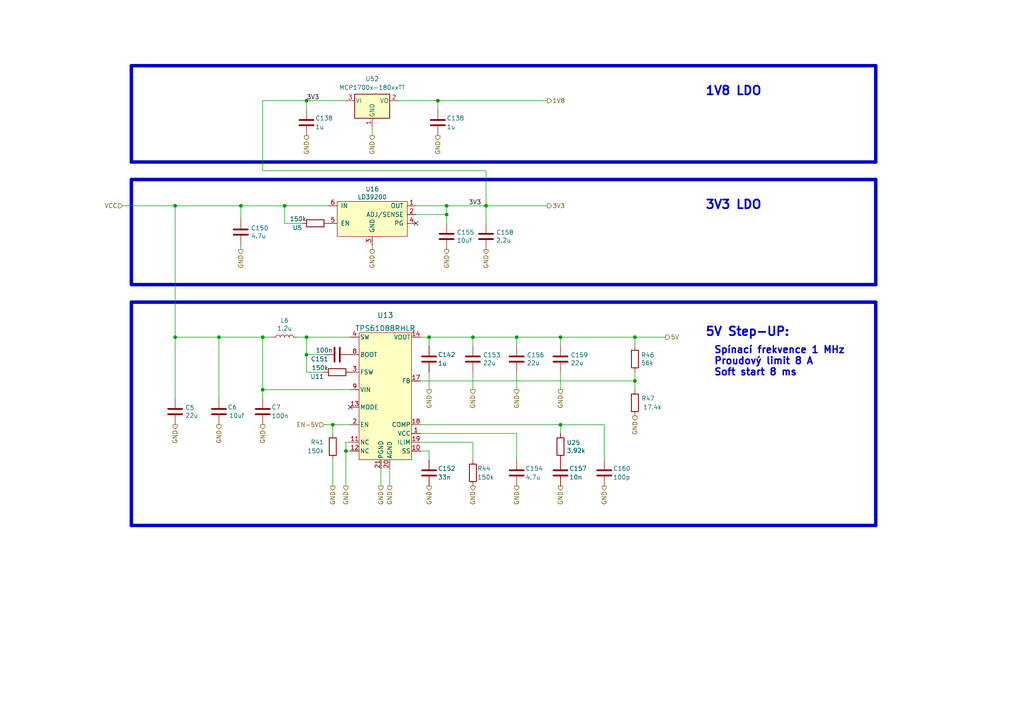
<source format=kicad_sch>
(kicad_sch (version 20230121) (generator eeschema)
  (paper "A4")
  (lib_symbols
    (symbol "B.B-rescue:C-Device-B.B-rescue-B.B-rescue" (pin_numbers hide) (pin_names (offset 0.254))
      (property "Reference" "C" (at 0.635 2.54 0))
      (property "Value" "C-Device-B.B-rescue-B.B-rescue" (at 0.635 -2.54 0))
      (symbol "C-Device-B.B-rescue-B.B-rescue_0_1"
        (polyline (pts (xy -2.032 -0.762) (xy 2.032 -0.762)) (stroke (width 0.508)))
        (polyline (pts (xy -2.032 0.762) (xy 2.032 0.762)) (stroke (width 0.508)))
      )
      (symbol "C-Device-B.B-rescue-B.B-rescue_1_1"
        (pin passive line (at 0 3.81 270) (length 2.794) (name "~") (number "1"))
        (pin passive line (at 0 -3.81 90) (length 2.794) (name "~") (number "2"))
      )
    )
    (symbol "B.B-rescue:L-Device-B.B-rescue-B.B-rescue" (pin_numbers hide) (pin_names (offset 1.016) hide)
      (property "Reference" "L" (at -1.27 0 90))
      (property "Value" "L-Device-B.B-rescue-B.B-rescue" (at 1.905 0 90))
      (symbol "L-Device-B.B-rescue-B.B-rescue_0_1"
        (arc (start 0 -2.54) (mid 0.6323 -1.905) (end 0 -1.27))
        (arc (start 0 -1.27) (mid 0.6323 -0.635) (end 0 0))
        (arc (start 0 0) (mid 0.6323 0.635) (end 0 1.27))
        (arc (start 0 1.27) (mid 0.6323 1.905) (end 0 2.54))
      )
      (symbol "L-Device-B.B-rescue-B.B-rescue_1_1"
        (pin passive line (at 0 3.81 270) (length 1.27) (name "1") (number "1"))
        (pin passive line (at 0 -3.81 90) (length 1.27) (name "2") (number "2"))
      )
    )
    (symbol "B.B-rescue:LD39200-B.B-rescue" (pin_names (offset 1.016))
      (property "Reference" "U" (at 0 6.35 0))
      (property "Value" "LD39200-B.B-rescue" (at 0 3.81 0))
      (property "LCSC" "C222192" (at 0 0 0))
      (symbol "LD39200-B.B-rescue_0_1"
        (rectangle (start 10.16 1.27) (end -10.16 -8.89) (fill (type background)))
      )
      (symbol "LD39200-B.B-rescue_1_1"
        (pin power_out line (at 12.7 0 180) (length 2.54) (name "OUT") (number "1"))
        (pin input line (at 12.7 -2.54 180) (length 2.54) (name "ADJ/SENSE") (number "2"))
        (pin power_in line (at 0 -11.43 90) (length 2.54) (name "GND") (number "3"))
        (pin output line (at 12.7 -5.08 180) (length 2.54) (name "PG") (number "4"))
        (pin input line (at -12.7 -5.08 0) (length 2.54) (name "EN") (number "5"))
        (pin power_in line (at -12.7 0 0) (length 2.54) (name "IN") (number "6"))
        (pin power_in line (at 0 -11.43 90) (length 2.54) hide (name "GND") (number "7"))
      )
    )
    (symbol "B.B-rescue:R-Device-B.B-rescue-B.B-rescue" (pin_numbers hide) (pin_names (offset 0))
      (property "Reference" "R" (at 2.032 0 90))
      (property "Value" "R-Device-B.B-rescue-B.B-rescue" (at 0 0 90))
      (symbol "R-Device-B.B-rescue-B.B-rescue_0_1"
        (rectangle (start -1.016 -2.54) (end 1.016 2.54) (stroke (width 0.254)))
      )
      (symbol "R-Device-B.B-rescue-B.B-rescue_1_1"
        (pin passive line (at 0 3.81 270) (length 1.27) (name "~") (number "1"))
        (pin passive line (at 0 -3.81 90) (length 1.27) (name "~") (number "2"))
      )
    )
    (symbol "Device:C" (pin_numbers hide) (pin_names (offset 0.254))
      (property "Reference" "C" (at 0.635 2.54 0))
      (property "Value" "C" (at 0.635 -2.54 0))
      (symbol "C_0_1"
        (polyline (pts (xy -2.032 -0.762) (xy 2.032 -0.762)) (stroke (width 0.508)))
        (polyline (pts (xy -2.032 0.762) (xy 2.032 0.762)) (stroke (width 0.508)))
      )
      (symbol "C_1_1"
        (pin passive line (at 0 3.81 270) (length 2.794) (name "~") (number "1"))
        (pin passive line (at 0 -3.81 90) (length 2.794) (name "~") (number "2"))
      )
    )
    (symbol "Regulator_Linear:MCP1700x-180xxTT" (pin_names (offset 0.254))
      (property "Reference" "U" (at -3.81 3.175 0))
      (property "Value" "MCP1700x-180xxTT" (at 0 3.175 0))
      (symbol "MCP1700x-180xxTT_0_1"
        (rectangle (start -5.08 1.905) (end 5.08 -5.08) (stroke (width 0.254)) (fill (type background)))
      )
      (symbol "MCP1700x-180xxTT_1_1"
        (pin power_in line (at 0 -7.62 90) (length 2.54) (name "GND") (number "1"))
        (pin power_out line (at 7.62 0 180) (length 2.54) (name "VO") (number "2"))
        (pin power_in line (at -7.62 0 0) (length 2.54) (name "VI") (number "3"))
      )
    )
    (symbol "Robotarna_KiCad_Library:TPS61088RHLR" (pin_names (offset 0.254))
      (property "Reference" "U" (at 0 11.43 0))
      (property "Value" "TPS61088RHLR" (at 0 3.81 0))
      (symbol "TPS61088RHLR_0_1"
        (pin passive line (at 10.16 -27.94 180) (length 2.54) (name "VCC") (number "1"))
        (pin passive line (at 10.16 -33.02 180) (length 2.54) (name "SS") (number "10"))
        (pin unspecified line (at -10.16 -30.48 0) (length 2.54) (name "NC") (number "11"))
        (pin unspecified line (at -10.16 -33.02 0) (length 2.54) (name "NC") (number "12"))
        (pin input line (at -10.16 -20.32 0) (length 2.54) (name "MODE") (number "13"))
        (pin power_out line (at 10.16 0 180) (length 2.54) (name "VOUT") (number "14"))
        (pin power_out line (at 10.16 0 180) (length 2.54) hide (name "VOUT") (number "15"))
        (pin power_out line (at 10.16 0 180) (length 2.54) hide (name "VOUT") (number "16"))
        (pin input line (at 10.16 -12.7 180) (length 2.54) (name "FB") (number "17"))
        (pin passive line (at 10.16 -25.4 180) (length 2.54) (name "COMP") (number "18"))
        (pin passive line (at 10.16 -30.48 180) (length 2.54) (name "ILIM") (number "19"))
        (pin input line (at -10.16 -25.4 0) (length 2.54) (name "EN") (number "2"))
        (pin power_in line (at 1.27 -38.1 90) (length 2.54) (name "AGND") (number "20"))
        (pin power_in line (at -1.27 -38.1 90) (length 2.54) (name "PGND") (number "21"))
        (pin passive line (at -10.16 -10.16 0) (length 2.54) (name "FSW") (number "3"))
        (pin power_in line (at -10.16 0 0) (length 2.54) (name "SW") (number "4"))
        (pin power_in line (at -10.16 0 0) (length 2.54) hide (name "SW") (number "5"))
        (pin power_in line (at -10.16 0 0) (length 2.54) hide (name "SW") (number "6"))
        (pin power_in line (at -10.16 0 0) (length 2.54) hide (name "SW") (number "7"))
        (pin passive line (at -10.16 -5.08 0) (length 2.54) (name "BOOT") (number "8"))
        (pin power_in line (at -10.16 -15.24 0) (length 2.54) (name "VIN") (number "9"))
      )
      (symbol "TPS61088RHLR_1_1"
        (rectangle (start -7.62 1.27) (end 7.62 -35.56) (fill (type background)))
      )
    )
  )
  (junction (at 88.9 102.87))
  (junction (at 127 29.21))
  (junction (at 162.56 123.19))
  (junction (at 88.9 97.79))
  (junction (at 69.85 59.69))
  (junction (at 137.16 97.79))
  (junction (at 184.15 97.79))
  (junction (at 162.56 97.79))
  (junction (at 184.15 110.49))
  (junction (at 50.8 59.69))
  (junction (at 100.33 130.81))
  (junction (at 63.5 97.79))
  (junction (at 129.54 59.69))
  (junction (at 82.55 59.69))
  (junction (at 140.97 59.69))
  (junction (at 124.46 97.79))
  (junction (at 129.54 62.23))
  (junction (at 76.2 97.79))
  (junction (at 88.9 29.21))
  (junction (at 76.2 113.03))
  (junction (at 149.86 97.79))
  (junction (at 50.8 97.79))
  (junction (at 96.52 123.19))
  (no_connect (at 120.65 64.77))
  (no_connect (at 101.6 118.11))
  (wire (pts (xy 149.86 97.79) (xy 162.56 97.79)))
  (wire (pts (xy 82.55 59.69) (xy 95.25 59.69)))
  (wire (pts (xy 115.57 29.21) (xy 127 29.21)))
  (wire (pts (xy 162.56 100.33) (xy 162.56 97.79)))
  (wire (pts (xy 86.36 97.79) (xy 88.9 97.79)))
  (wire (pts (xy 69.85 63.5) (xy 69.85 59.69)))
  (wire (pts (xy 76.2 29.21) (xy 88.9 29.21)))
  (wire (pts (xy 76.2 49.53) (xy 76.2 29.21)))
  (polyline (pts (xy 38.1 87.63) (xy 38.1 152.4)) (stroke (width 1)))
  (wire (pts (xy 50.8 59.69) (xy 50.8 97.79)))
  (wire (pts (xy 162.56 123.19) (xy 162.56 125.73)))
  (wire (pts (xy 120.65 62.23) (xy 129.54 62.23)))
  (wire (pts (xy 124.46 113.03) (xy 124.46 107.95)))
  (wire (pts (xy 129.54 59.69) (xy 140.97 59.69)))
  (wire (pts (xy 100.33 130.81) (xy 100.33 128.27)))
  (wire (pts (xy 149.86 133.35) (xy 149.86 125.73)))
  (polyline (pts (xy 254 46.99) (xy 254 19.05)) (stroke (width 1)))
  (wire (pts (xy 140.97 49.53) (xy 76.2 49.53)))
  (wire (pts (xy 137.16 128.27) (xy 121.92 128.27)))
  (wire (pts (xy 76.2 97.79) (xy 76.2 113.03)))
  (wire (pts (xy 175.26 123.19) (xy 162.56 123.19)))
  (wire (pts (xy 93.98 123.19) (xy 96.52 123.19)))
  (wire (pts (xy 184.15 110.49) (xy 184.15 113.03)))
  (wire (pts (xy 88.9 107.95) (xy 88.9 102.87)))
  (polyline (pts (xy 38.1 52.07) (xy 38.1 82.55)) (stroke (width 1)))
  (wire (pts (xy 129.54 64.77) (xy 129.54 62.23)))
  (wire (pts (xy 50.8 97.79) (xy 63.5 97.79)))
  (wire (pts (xy 63.5 97.79) (xy 76.2 97.79)))
  (wire (pts (xy 107.95 39.37) (xy 107.95 36.83)))
  (wire (pts (xy 175.26 133.35) (xy 175.26 123.19)))
  (wire (pts (xy 124.46 130.81) (xy 121.92 130.81)))
  (wire (pts (xy 129.54 59.69) (xy 120.65 59.69)))
  (wire (pts (xy 113.03 140.97) (xy 113.03 135.89)))
  (polyline (pts (xy 254 52.07) (xy 38.1 52.07)) (stroke (width 1)))
  (wire (pts (xy 140.97 59.69) (xy 140.97 64.77)))
  (wire (pts (xy 140.97 59.69) (xy 140.97 49.53)))
  (wire (pts (xy 76.2 97.79) (xy 78.74 97.79)))
  (wire (pts (xy 124.46 133.35) (xy 124.46 130.81)))
  (wire (pts (xy 162.56 97.79) (xy 184.15 97.79)))
  (wire (pts (xy 63.5 97.79) (xy 63.5 115.57)))
  (wire (pts (xy 107.95 72.39) (xy 107.95 71.12)))
  (wire (pts (xy 100.33 140.97) (xy 100.33 130.81)))
  (wire (pts (xy 149.86 100.33) (xy 149.86 97.79)))
  (wire (pts (xy 127 29.21) (xy 158.75 29.21)))
  (wire (pts (xy 129.54 62.23) (xy 129.54 59.69)))
  (polyline (pts (xy 38.1 19.05) (xy 38.1 46.99)) (stroke (width 1)))
  (wire (pts (xy 100.33 128.27) (xy 101.6 128.27)))
  (wire (pts (xy 184.15 100.33) (xy 184.15 97.79)))
  (wire (pts (xy 88.9 102.87) (xy 93.98 102.87)))
  (wire (pts (xy 50.8 59.69) (xy 69.85 59.69)))
  (wire (pts (xy 96.52 123.19) (xy 96.52 125.73)))
  (wire (pts (xy 137.16 107.95) (xy 137.16 113.03)))
  (polyline (pts (xy 254 82.55) (xy 254 52.07)) (stroke (width 1)))
  (wire (pts (xy 88.9 29.21) (xy 100.33 29.21)))
  (wire (pts (xy 149.86 125.73) (xy 121.92 125.73)))
  (wire (pts (xy 82.55 64.77) (xy 82.55 59.69)))
  (wire (pts (xy 76.2 113.03) (xy 76.2 115.57)))
  (wire (pts (xy 76.2 113.03) (xy 101.6 113.03)))
  (wire (pts (xy 35.56 59.69) (xy 50.8 59.69)))
  (polyline (pts (xy 254 152.4) (xy 38.1 152.4)) (stroke (width 1)))
  (wire (pts (xy 93.98 107.95) (xy 88.9 107.95)))
  (wire (pts (xy 69.85 72.39) (xy 69.85 71.12)))
  (wire (pts (xy 140.97 59.69) (xy 158.75 59.69)))
  (wire (pts (xy 110.49 140.97) (xy 110.49 135.89)))
  (wire (pts (xy 88.9 97.79) (xy 101.6 97.79)))
  (wire (pts (xy 96.52 123.19) (xy 101.6 123.19)))
  (wire (pts (xy 50.8 97.79) (xy 50.8 115.57)))
  (wire (pts (xy 137.16 133.35) (xy 137.16 128.27)))
  (wire (pts (xy 162.56 113.03) (xy 162.56 107.95)))
  (polyline (pts (xy 38.1 87.63) (xy 254 87.63)) (stroke (width 1)))
  (polyline (pts (xy 254 87.63) (xy 254 152.4)) (stroke (width 1)))
  (polyline (pts (xy 38.1 82.55) (xy 254 82.55)) (stroke (width 1)))
  (wire (pts (xy 149.86 113.03) (xy 149.86 107.95)))
  (wire (pts (xy 124.46 97.79) (xy 137.16 97.79)))
  (wire (pts (xy 184.15 107.95) (xy 184.15 110.49)))
  (wire (pts (xy 88.9 102.87) (xy 88.9 97.79)))
  (wire (pts (xy 124.46 100.33) (xy 124.46 97.79)))
  (polyline (pts (xy 38.1 46.99) (xy 254 46.99)) (stroke (width 1)))
  (wire (pts (xy 121.92 97.79) (xy 124.46 97.79)))
  (wire (pts (xy 184.15 97.79) (xy 193.04 97.79)))
  (polyline (pts (xy 254 19.05) (xy 38.1 19.05)) (stroke (width 1)))
  (wire (pts (xy 137.16 97.79) (xy 149.86 97.79)))
  (wire (pts (xy 121.92 110.49) (xy 184.15 110.49)))
  (wire (pts (xy 88.9 31.75) (xy 88.9 29.21)))
  (wire (pts (xy 137.16 100.33) (xy 137.16 97.79)))
  (wire (pts (xy 121.92 123.19) (xy 162.56 123.19)))
  (wire (pts (xy 96.52 133.35) (xy 96.52 140.97)))
  (wire (pts (xy 127 29.21) (xy 127 31.75)))
  (wire (pts (xy 69.85 59.69) (xy 82.55 59.69)))
  (wire (pts (xy 100.33 130.81) (xy 101.6 130.81)))
  (wire (pts (xy 87.63 64.77) (xy 82.55 64.77)))
  (text "5V Step-UP:" (at 204.47 97.79 0) (effects (font (size 2.5 2.5) bold) (justify left bottom)))
  (text "Spínací frekvence 1 MHz\nProudový limit 8 A\nSoft start 8 ms" (at 207.01 109.22 0) (effects (font (size 2 2) bold) (justify left bottom)))
  (text "3V3 LDO" (at 204.47 60.96 0) (effects (font (size 2.5 2.5) bold) (justify left bottom)))
  (text "1V8 LDO" (at 204.47 27.94 0) (effects (font (size 2.5 2.5) bold) (justify left bottom)))
  (label "3V3" (at 135.89 59.69 0))
  (label "3V3" (at 88.9 29.21 0))
  (hierarchical_label "VCC" (shape input) (at 35.56 59.69 180))
  (hierarchical_label "GND" (shape output) (at 110.49 140.97 270))
  (hierarchical_label "GND" (shape output) (at 127 39.37 270))
  (hierarchical_label "GND" (shape output) (at 137.16 113.03 270))
  (hierarchical_label "3V3" (shape output) (at 158.75 59.69 0))
  (hierarchical_label "GND" (shape output) (at 149.86 140.97 270))
  (hierarchical_label "GND" (shape output) (at 107.95 72.39 270))
  (hierarchical_label "GND" (shape output) (at 124.46 113.03 270))
  (hierarchical_label "GND" (shape output) (at 107.95 39.37 270))
  (hierarchical_label "GND" (shape output) (at 113.03 140.97 270))
  (hierarchical_label "GND" (shape output) (at 162.56 140.97 270))
  (hierarchical_label "GND" (shape output) (at 175.26 140.97 270))
  (hierarchical_label "GND" (shape output) (at 100.33 140.97 270))
  (hierarchical_label "GND" (shape output) (at 137.16 140.97 270))
  (hierarchical_label "GND" (shape output) (at 88.9 39.37 270))
  (hierarchical_label "GND" (shape output) (at 63.5 123.19 270))
  (hierarchical_label "GND" (shape output) (at 129.54 72.39 270))
  (hierarchical_label "1V8" (shape output) (at 158.75 29.21 0))
  (hierarchical_label "GND" (shape output) (at 96.52 140.97 270))
  (hierarchical_label "5V" (shape output) (at 193.04 97.79 0))
  (hierarchical_label "GND" (shape output) (at 184.15 120.65 270))
  (hierarchical_label "GND" (shape output) (at 162.56 113.03 270))
  (hierarchical_label "GND" (shape output) (at 140.97 72.39 270))
  (hierarchical_label "GND" (shape output) (at 124.46 140.97 270))
  (hierarchical_label "EN-5V" (shape input) (at 93.98 123.19 180))
  (hierarchical_label "GND" (shape output) (at 76.2 123.19 270))
  (hierarchical_label "GND" (shape output) (at 149.86 113.03 270))
  (hierarchical_label "GND" (shape output) (at 50.8 123.19 270))
  (hierarchical_label "GND" (shape output) (at 69.85 72.39 270))
  (symbol (lib_id "Device:C") (at 88.9 35.56 0) (unit 1)
    (property "Reference" "C138" (at 91.44 34.29 0) (effects (justify left)))
    (property "Value" "1u" (at 91.44 36.83 0) (effects (justify left)))
    (property "Footprint" "Resistor_SMD:R_0402_1005Metric" (effects hide))
    (property "LCSC" "C52923" (effects hide))
    (property "Basic/Extended" "B" (effects hide))
    (instances (project "ZakladniElektronika" (path "" (reference "C138") (unit 1)) (path "" (reference "C149") (unit 1))) (project "RB3203" (path "" (reference "C?") (unit 1))))
  )
  (symbol (lib_id "Device:C") (at 140.97 68.58 0) (unit 1)
    (property "Reference" "C158" (at 143.891 67.4116 0) (effects (justify left)))
    (property "Value" "2.2u" (at 143.891 69.723 0) (effects (justify left)))
    (property "Footprint" "Capacitor_SMD:C_0805_2012Metric" (effects hide))
    (property "LCSC" "C49217" (effects hide))
    (instances (project "ZakladniElektronika" (path "" (reference "C158") (unit 1))) (project "RB3203" (path "" (reference "U?") (unit 1))))
  )
  (symbol (lib_id "Device:C") (at 76.2 119.38 0) (mirror y) (unit 1)
    (property "Reference" "C7" (at 78.74 118.11 0) (effects (justify right)))
    (property "Value" "100n" (at 78.74 120.65 0) (effects (justify right)))
    (property "Footprint" "Capacitor_SMD:C_0402_1005Metric" (effects hide))
    (property "LCSC" "C307331" (effects hide))
    (property "info" "50V, X7R" (effects hide))
    (property "Basic/Extended" "B" (effects hide))
    (instances (project "ZakladniElektronika" (path "" (reference "C7") (unit 1))) (project "RB3203" (path "" (reference "U?") (unit 1))))
  )
  (symbol (lib_id "B.B-rescue:L-Device-B.B-rescue-B.B-rescue") (at 82.55 97.79 90) (unit 1)
    (property "Reference" "L6" (at 82.55 92.964 90))
    (property "Value" "1.2u" (at 82.55 95.2754 90))
    (property "Footprint" "BB:MWSA0603_6.6x7.1x3.0" (effects hide))
    (property "Datasheet" "https://datasheet.lcsc.com/szlcsc/Sunlord-MWSA0603-2R2MT_C112126.pdf" (effects hide))
    (property "LCSC" "C2453293" (effects hide))
    (instances (project "ZakladniElektronika" (path "" (reference "L6") (unit 1))) (project "RB3203" (path "" (reference "U?") (unit 1))))
  )
  (symbol (lib_id "Device:C") (at 162.56 104.14 0) (unit 1)
    (property "Reference" "C159" (at 165.481 102.9716 0) (effects (justify left)))
    (property "Value" "22u" (at 165.481 105.283 0) (effects (justify left)))
    (property "Footprint" "Capacitor_SMD:C_0805_2012Metric" (effects hide))
    (property "LCSC" "C45783" (effects hide))
    (instances (project "ZakladniElektronika" (path "" (reference "C159") (unit 1))) (project "RB3203" (path "" (reference "U?") (unit 1))))
  )
  (symbol (lib_id "Device:C") (at 149.86 104.14 0) (unit 1)
    (property "Reference" "C156" (at 152.781 102.9716 0) (effects (justify left)))
    (property "Value" "22u" (at 152.781 105.283 0) (effects (justify left)))
    (property "Footprint" "Capacitor_SMD:C_0805_2012Metric" (effects hide))
    (property "LCSC" "C45783" (effects hide))
    (instances (project "ZakladniElektronika" (path "" (reference "C156") (unit 1))) (project "RB3203" (path "" (reference "U?") (unit 1))))
  )
  (symbol (lib_id "Device:C") (at 97.79 102.87 90) (unit 1)
    (property "Reference" "C151" (at 95.25 104.14 90) (effects (justify left)))
    (property "Value" "100n" (at 96.52 101.6 90) (effects (justify left)))
    (property "Footprint" "Capacitor_SMD:C_0402_1005Metric" (effects hide))
    (property "LCSC" "C307331" (effects hide))
    (property "info" "50V, X7R" (effects hide))
    (property "Basic/Extended" "B" (effects hide))
    (instances (project "ZakladniElektronika" (path "" (reference "C151") (unit 1))) (project "RB3203" (path "" (reference "U?") (unit 1))))
  )
  (symbol (lib_id "Regulator_Linear:MCP1700x-180xxTT") (at 107.95 29.21 0) (unit 1)
    (property "Reference" "U52" (at 107.95 22.86 0))
    (property "Value" "MCP1700x-180xxTT" (at 107.95 25.4 0))
    (property "Footprint" "Package_TO_SOT_SMD:SOT-23" (effects hide))
    (property "Datasheet" "https://datasheet.lcsc.com/lcsc/2304140030_Microchip-Tech-MCP1700T-1802E-TT_C150796.pdf" (effects hide))
    (property "LCSC" "C150796" (effects hide))
  )
  (symbol (lib_id "B.B-rescue:R-Device-B.B-rescue-B.B-rescue") (at 184.15 104.14 0) (unit 1)
    (property "Reference" "R46" (at 185.928 102.9716 0) (effects (justify left)))
    (property "Value" "56k" (at 185.928 105.283 0) (effects (justify left)))
    (property "Footprint" "Resistor_SMD:R_0402_1005Metric" (effects hide))
    (property "LCSC" "C25796" (effects hide))
    (instances (project "ZakladniElektronika" (path "" (reference "R46") (unit 1))) (project "RB3203" (path "" (reference "U?") (unit 1))))
  )
  (symbol (lib_id "Device:C") (at 63.5 119.38 0) (unit 1)
    (property "Reference" "C6" (at 66.04 118.11 0) (effects (justify left)))
    (property "Value" "10uf" (at 66.421 120.523 0) (effects (justify left)))
    (property "Footprint" "Capacitor_SMD:C_0805_2012Metric" (effects hide))
    (property "LCSC" "C15850" (effects hide))
    (instances (project "ZakladniElektronika" (path "" (reference "C6") (unit 1))) (project "RB3203" (path "" (reference "U?") (unit 1))))
  )
  (symbol (lib_id "B.B-rescue:R-Device-B.B-rescue-B.B-rescue") (at 137.16 137.16 0) (unit 1)
    (property "Reference" "R44" (at 138.43 135.89 0) (effects (justify left)))
    (property "Value" "150k" (at 138.43 138.43 0) (effects (justify left)))
    (property "Footprint" "Resistor_SMD:R_0402_1005Metric" (effects hide))
    (property "LCSC" "C25755" (effects hide))
    (instances (project "ZakladniElektronika" (path "" (reference "R44") (unit 1))) (project "RB3203" (path "" (reference "U?") (unit 1))))
  )
  (symbol (lib_id "Device:C") (at 124.46 104.14 0) (mirror y) (unit 1)
    (property "Reference" "C142" (at 127 102.87 0) (effects (justify right)))
    (property "Value" "1u" (at 127 105.41 0) (effects (justify right)))
    (property "Footprint" "Capacitor_SMD:C_0402_1005Metric" (effects hide))
    (property "LCSC" "C1518208" (effects hide))
    (property "JLCPCB_CORRECTION" "0;0;0" (effects hide))
    (property "Basic/Extended" "E" (effects hide))
    (property "info" "50V, X7R" (effects hide))
    (instances (project "ZakladniElektronika" (path "" (reference "C142") (unit 1))) (project "RB3203" (path "" (reference "C?") (unit 1))))
  )
  (symbol (lib_id "Device:C") (at 137.16 104.14 0) (unit 1)
    (property "Reference" "C153" (at 140.081 102.9716 0) (effects (justify left)))
    (property "Value" "22u" (at 140.081 105.283 0) (effects (justify left)))
    (property "Footprint" "Capacitor_SMD:C_0805_2012Metric" (effects hide))
    (property "LCSC" "C45783" (effects hide))
    (instances (project "ZakladniElektronika" (path "" (reference "C153") (unit 1))) (project "RB3203" (path "" (reference "U?") (unit 1))))
  )
  (symbol (lib_id "B.B-rescue:LD39200-B.B-rescue") (at 107.95 59.69 0) (unit 1)
    (property "Reference" "U16" (at 107.95 54.8386 0))
    (property "Value" "LD39200" (at 107.95 57.15 0))
    (property "Footprint" "Package_DFN_QFN:DFN-6-1EP_3x3mm_P1mm_EP1.5x2.4mm" (effects hide))
    (property "Datasheet" "https://www.st.com/resource/en/datasheet/ld39200.pdf" (effects hide))
    (property "LCSC" "C222192" (effects hide))
    (instances (project "ZakladniElektronika" (path "" (reference "U16") (unit 1))) (project "RB3203" (path "" (reference "U?") (unit 1))))
  )
  (symbol (lib_id "B.B-rescue:R-Device-B.B-rescue-B.B-rescue") (at 162.56 129.54 0) (unit 1)
    (property "Reference" "U25" (at 164.338 128.3716 0) (effects (justify left)))
    (property "Value" "3.92k" (at 164.338 130.683 0) (effects (justify left)))
    (property "Footprint" "Resistor_SMD:R_0402_1005Metric" (effects hide))
    (property "LCSC" "C423178" (effects hide))
    (instances (project "ZakladniElektronika" (path "" (reference "U25") (unit 1))) (project "RB3203" (path "" (reference "U?") (unit 1))))
  )
  (symbol (lib_id "Device:C") (at 149.86 137.16 0) (unit 1)
    (property "Reference" "C154" (at 152.4 135.89 0) (effects (justify left)))
    (property "Value" "4.7u" (at 152.4 138.43 0) (effects (justify left)))
    (property "Footprint" "Capacitor_SMD:C_0805_2012Metric" (effects hide))
    (property "LCSC" "C1779" (effects hide))
    (instances (project "ZakladniElektronika" (path "" (reference "C154") (unit 1))) (project "RB3203" (path "" (reference "U?") (unit 1))))
  )
  (symbol (lib_id "B.B-rescue:R-Device-B.B-rescue-B.B-rescue") (at 97.79 107.95 90) (unit 1)
    (property "Reference" "U11" (at 93.98 109.22 90) (effects (justify left)))
    (property "Value" "150k" (at 95.25 106.68 90) (effects (justify left)))
    (property "Footprint" "Resistor_SMD:R_0402_1005Metric" (effects hide))
    (property "LCSC" "C25755" (effects hide))
    (instances (project "ZakladniElektronika" (path "" (reference "U11") (unit 1))) (project "RB3203" (path "" (reference "U?") (unit 1))))
  )
  (symbol (lib_id "Device:C") (at 127 35.56 0) (unit 1)
    (property "Reference" "C138" (at 129.54 34.29 0) (effects (justify left)))
    (property "Value" "1u" (at 129.54 36.83 0) (effects (justify left)))
    (property "Footprint" "Resistor_SMD:R_0402_1005Metric" (effects hide))
    (property "LCSC" "C52923" (effects hide))
    (property "Basic/Extended" "B" (effects hide))
    (instances (project "ZakladniElektronika" (path "" (reference "C138") (unit 1)) (path "" (reference "C148") (unit 1))) (project "RB3203" (path "" (reference "C?") (unit 1))))
  )
  (symbol (lib_id "B.B-rescue:R-Device-B.B-rescue-B.B-rescue") (at 184.15 116.84 180) (unit 1)
    (property "Reference" "R47" (at 187.96 115.57 0))
    (property "Value" "17.4k" (at 189.23 118.11 0))
    (property "Footprint" "Resistor_SMD:R_0402_1005Metric" (effects hide))
    (property "LCSC" "C226818" (effects hide))
    (instances (project "ZakladniElektronika" (path "" (reference "R47") (unit 1))) (project "RB3203" (path "" (reference "U?") (unit 1))))
  )
  (symbol (lib_id "B.B-rescue:R-Device-B.B-rescue-B.B-rescue") (at 96.52 129.54 180) (unit 1)
    (property "Reference" "R41" (at 93.98 128.27 0) (effects (justify left)))
    (property "Value" "150k" (at 93.98 130.81 0) (effects (justify left)))
    (property "Footprint" "Resistor_SMD:R_0402_1005Metric" (effects hide))
    (property "LCSC" "C25755" (effects hide))
    (instances (project "ZakladniElektronika" (path "" (reference "R41") (unit 1))) (project "RB3203" (path "" (reference "U?") (unit 1))))
  )
  (symbol (lib_id "Device:C") (at 69.85 67.31 0) (unit 1)
    (property "Reference" "C150" (at 72.771 66.1416 0) (effects (justify left)))
    (property "Value" "4.7u" (at 72.771 68.453 0) (effects (justify left)))
    (property "Footprint" "Capacitor_SMD:C_0805_2012Metric" (effects hide))
    (property "LCSC" "C1779" (effects hide))
    (instances (project "ZakladniElektronika" (path "" (reference "C150") (unit 1))) (project "RB3203" (path "" (reference "U?") (unit 1))))
  )
  (symbol (lib_id "Device:C") (at 162.56 137.16 0) (mirror y) (unit 1)
    (property "Reference" "C157" (at 165.1 135.89 0) (effects (justify right)))
    (property "Value" "10n" (at 165.1 138.43 0) (effects (justify right)))
    (property "Footprint" "Capacitor_SMD:C_0402_1005Metric" (effects hide))
    (property "LCSC" "C15195" (effects hide))
    (instances (project "ZakladniElektronika" (path "" (reference "C157") (unit 1))) (project "RB3203" (path "" (reference "U?") (unit 1))))
  )
  (symbol (lib_id "Device:C") (at 129.54 68.58 0) (unit 1)
    (property "Reference" "C155" (at 132.461 67.4116 0) (effects (justify left)))
    (property "Value" "10uf" (at 132.461 69.723 0) (effects (justify left)))
    (property "Footprint" "Capacitor_SMD:C_0805_2012Metric" (effects hide))
    (property "LCSC" "C15850" (effects hide))
    (instances (project "ZakladniElektronika" (path "" (reference "C155") (unit 1))) (project "RB3203" (path "" (reference "U?") (unit 1))))
  )
  (symbol (lib_id "Device:C") (at 124.46 137.16 0) (mirror y) (unit 1)
    (property "Reference" "C152" (at 127 135.89 0) (effects (justify right)))
    (property "Value" "33n" (at 127 138.43 0) (effects (justify right)))
    (property "Footprint" "Capacitor_SMD:C_0402_1005Metric" (effects hide))
    (property "LCSC" "C1585" (effects hide))
    (instances (project "ZakladniElektronika" (path "" (reference "C152") (unit 1))) (project "RB3203" (path "" (reference "U?") (unit 1))))
  )
  (symbol (lib_id "B.B-rescue:R-Device-B.B-rescue-B.B-rescue") (at 91.44 64.77 90) (unit 1)
    (property "Reference" "U5" (at 87.63 66.04 90) (effects (justify left)))
    (property "Value" "150k" (at 88.9 63.5 90) (effects (justify left)))
    (property "Footprint" "Resistor_SMD:R_0402_1005Metric" (effects hide))
    (property "LCSC" "C25755" (effects hide))
    (instances (project "ZakladniElektronika" (path "" (reference "U5") (unit 1))) (project "RB3203" (path "" (reference "U?") (unit 1))))
  )
  (symbol (lib_id "Robotarna_KiCad_Library:TPS61088RHLR") (at 111.76 97.79 0) (unit 1)
    (property "Reference" "U13" (at 111.76 91.44 0) (effects (font (size 1.524 1.524))))
    (property "Value" "TPS61088RHLR" (at 111.76 95.25 0) (effects (font (size 1.524 1.524))))
    (property "Footprint" "RHL0020A" (effects hide))
    (property "Datasheet" "https://www.ti.com/lit/ds/symlink/tps61088.pdf?ts=1698858563376&ref_url=https%253A%252F%252Fwww.google.com%252F" (effects hide))
    (property "LCSC" "C87357" (effects hide))
    (instances (project "ZakladniElektronika" (path "" (reference "U13") (unit 1))) (project "RB3203" (path "" (reference "U?") (unit 1))))
  )
  (symbol (lib_id "Device:C") (at 50.8 119.38 0) (unit 1)
    (property "Reference" "C5" (at 53.721 118.2116 0) (effects (justify left)))
    (property "Value" "22u" (at 53.721 120.523 0) (effects (justify left)))
    (property "Footprint" "Capacitor_SMD:C_0805_2012Metric" (effects hide))
    (property "LCSC" "C45783" (effects hide))
    (instances (project "ZakladniElektronika" (path "" (reference "C5") (unit 1))) (project "RB3203" (path "" (reference "U?") (unit 1))))
  )
  (symbol (lib_id "Device:C") (at 175.26 137.16 0) (mirror y) (unit 1)
    (property "Reference" "C160" (at 177.8 135.89 0) (effects (justify right)))
    (property "Value" "100p" (at 177.8 138.43 0) (effects (justify right)))
    (property "Footprint" "Capacitor_SMD:C_0402_1005Metric" (effects hide))
    (property "LCSC" "C1546" (effects hide))
    (instances (project "ZakladniElektronika" (path "" (reference "C160") (unit 1))) (project "RB3203" (path "" (reference "U?") (unit 1))))
  )
)
</source>
